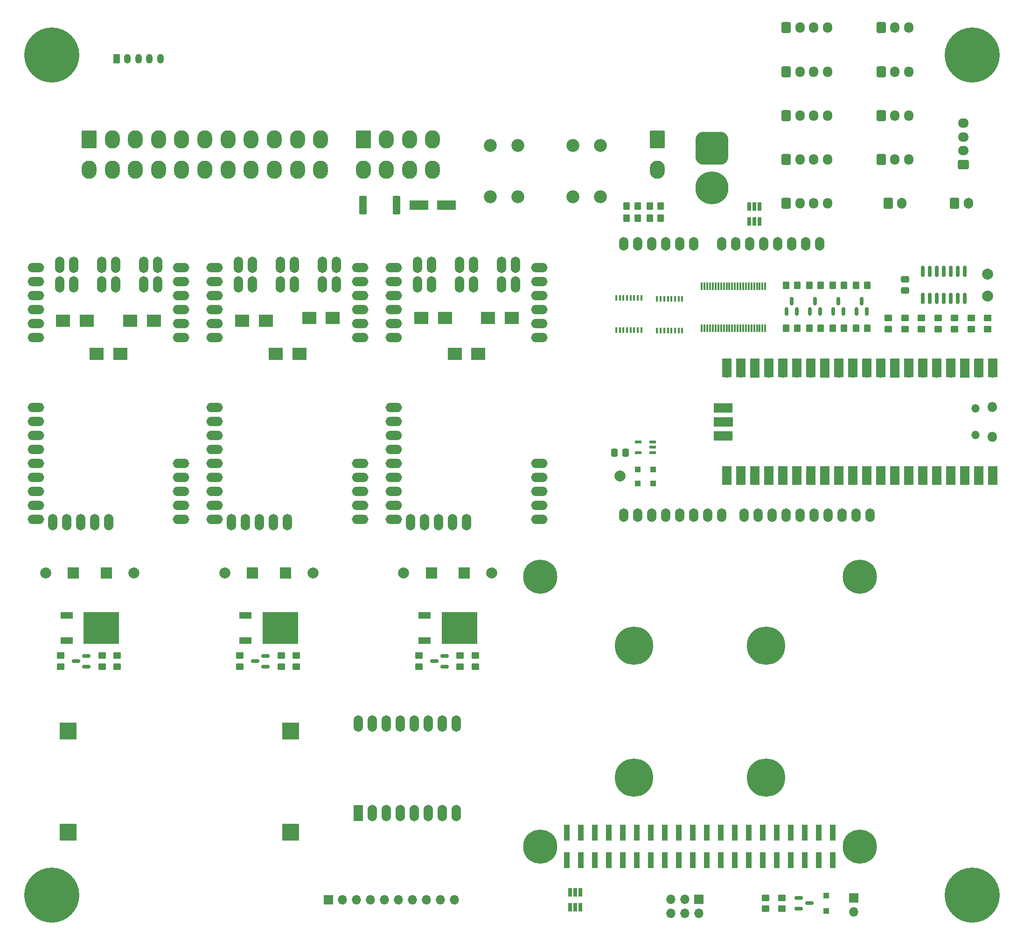
<source format=gbr>
%TF.GenerationSoftware,KiCad,Pcbnew,(6.0.1)*%
%TF.CreationDate,2022-01-31T22:39:25+01:00*%
%TF.ProjectId,OpenMowerMainboard,4f70656e-4d6f-4776-9572-4d61696e626f,rev?*%
%TF.SameCoordinates,Original*%
%TF.FileFunction,Soldermask,Top*%
%TF.FilePolarity,Negative*%
%FSLAX46Y46*%
G04 Gerber Fmt 4.6, Leading zero omitted, Abs format (unit mm)*
G04 Created by KiCad (PCBNEW (6.0.1)) date 2022-01-31 22:39:25*
%MOMM*%
%LPD*%
G01*
G04 APERTURE LIST*
G04 Aperture macros list*
%AMRoundRect*
0 Rectangle with rounded corners*
0 $1 Rounding radius*
0 $2 $3 $4 $5 $6 $7 $8 $9 X,Y pos of 4 corners*
0 Add a 4 corners polygon primitive as box body*
4,1,4,$2,$3,$4,$5,$6,$7,$8,$9,$2,$3,0*
0 Add four circle primitives for the rounded corners*
1,1,$1+$1,$2,$3*
1,1,$1+$1,$4,$5*
1,1,$1+$1,$6,$7*
1,1,$1+$1,$8,$9*
0 Add four rect primitives between the rounded corners*
20,1,$1+$1,$2,$3,$4,$5,0*
20,1,$1+$1,$4,$5,$6,$7,0*
20,1,$1+$1,$6,$7,$8,$9,0*
20,1,$1+$1,$8,$9,$2,$3,0*%
G04 Aperture macros list end*
%ADD10RoundRect,0.250001X-1.099999X-1.399999X1.099999X-1.399999X1.099999X1.399999X-1.099999X1.399999X0*%
%ADD11O,2.700000X3.300000*%
%ADD12R,3.048000X3.048000*%
%ADD13O,1.676400X2.500000*%
%ADD14RoundRect,0.250000X-0.600000X-0.725000X0.600000X-0.725000X0.600000X0.725000X-0.600000X0.725000X0*%
%ADD15O,1.700000X1.950000*%
%ADD16RoundRect,0.249999X-0.350001X-0.625001X0.350001X-0.625001X0.350001X0.625001X-0.350001X0.625001X0*%
%ADD17O,1.200000X1.750000*%
%ADD18C,10.000000*%
%ADD19R,1.700000X3.000000*%
%ADD20O,1.700000X3.000000*%
%ADD21RoundRect,0.250000X-0.450000X0.350000X-0.450000X-0.350000X0.450000X-0.350000X0.450000X0.350000X0*%
%ADD22O,3.000000X1.700000*%
%ADD23R,0.400000X1.000000*%
%ADD24RoundRect,0.150000X-0.587500X-0.150000X0.587500X-0.150000X0.587500X0.150000X-0.587500X0.150000X0*%
%ADD25RoundRect,0.250000X0.350000X0.450000X-0.350000X0.450000X-0.350000X-0.450000X0.350000X-0.450000X0*%
%ADD26R,2.000000X2.000000*%
%ADD27C,2.000000*%
%ADD28R,1.700000X1.700000*%
%ADD29O,1.700000X1.700000*%
%ADD30C,6.950000*%
%ADD31RoundRect,1.500000X-1.500000X1.500000X-1.500000X-1.500000X1.500000X-1.500000X1.500000X1.500000X0*%
%ADD32C,6.000000*%
%ADD33C,2.350000*%
%ADD34RoundRect,0.250000X0.450000X-0.350000X0.450000X0.350000X-0.450000X0.350000X-0.450000X-0.350000X0*%
%ADD35R,1.100000X1.100000*%
%ADD36RoundRect,0.250000X-0.350000X-0.450000X0.350000X-0.450000X0.350000X0.450000X-0.350000X0.450000X0*%
%ADD37R,2.500000X2.300000*%
%ADD38R,0.650000X1.560000*%
%ADD39RoundRect,0.250000X-0.475000X0.337500X-0.475000X-0.337500X0.475000X-0.337500X0.475000X0.337500X0*%
%ADD40RoundRect,0.150000X0.150000X-0.587500X0.150000X0.587500X-0.150000X0.587500X-0.150000X-0.587500X0*%
%ADD41RoundRect,0.150000X0.587500X0.150000X-0.587500X0.150000X-0.587500X-0.150000X0.587500X-0.150000X0*%
%ADD42C,6.200000*%
%ADD43R,1.000000X3.000000*%
%ADD44RoundRect,0.250000X-0.600000X-0.750000X0.600000X-0.750000X0.600000X0.750000X-0.600000X0.750000X0*%
%ADD45O,1.700000X2.000000*%
%ADD46R,0.300000X1.425000*%
%ADD47R,2.200000X1.200000*%
%ADD48R,6.400000X5.800000*%
%ADD49R,1.150000X0.600000*%
%ADD50RoundRect,0.250000X0.725000X-0.600000X0.725000X0.600000X-0.725000X0.600000X-0.725000X-0.600000X0*%
%ADD51O,1.950000X1.700000*%
%ADD52O,1.500000X1.500000*%
%ADD53O,1.800000X1.800000*%
%ADD54R,1.700000X3.500000*%
%ADD55R,3.500000X1.700000*%
%ADD56R,3.500000X1.800000*%
%ADD57RoundRect,0.250000X0.337500X0.475000X-0.337500X0.475000X-0.337500X-0.475000X0.337500X-0.475000X0*%
%ADD58RoundRect,0.249999X0.450001X1.425001X-0.450001X1.425001X-0.450001X-1.425001X0.450001X-1.425001X0*%
%ADD59RoundRect,0.150000X0.150000X-0.825000X0.150000X0.825000X-0.150000X0.825000X-0.150000X-0.825000X0*%
G04 APERTURE END LIST*
D10*
X33250000Y-45250000D03*
D11*
X37450000Y-45250000D03*
X41650000Y-45250000D03*
X45850000Y-45250000D03*
X50050000Y-45250000D03*
X54250000Y-45250000D03*
X58450000Y-45250000D03*
X62650000Y-45250000D03*
X66850000Y-45250000D03*
X71050000Y-45250000D03*
X75250000Y-45250000D03*
X33250000Y-50750000D03*
X37450000Y-50750000D03*
X41650000Y-50750000D03*
X45850000Y-50750000D03*
X50050000Y-50750000D03*
X54250000Y-50750000D03*
X58450000Y-50750000D03*
X62650000Y-50750000D03*
X66850000Y-50750000D03*
X71050000Y-50750000D03*
X75250000Y-50750000D03*
D10*
X83000000Y-45250000D03*
D11*
X87200000Y-45250000D03*
X91400000Y-45250000D03*
X95600000Y-45250000D03*
X83000000Y-50750000D03*
X87200000Y-50750000D03*
X91400000Y-50750000D03*
X95600000Y-50750000D03*
D10*
X136400000Y-45250000D03*
D11*
X136400000Y-50750000D03*
D12*
X29400000Y-171100000D03*
X29400000Y-152700000D03*
X69800000Y-152700000D03*
X69800000Y-171100000D03*
D13*
X165860000Y-64240000D03*
X158240000Y-64240000D03*
X155700000Y-64240000D03*
X143000000Y-64240000D03*
X140460000Y-64240000D03*
X137920000Y-64240000D03*
X135380000Y-64240000D03*
X132840000Y-64240000D03*
X130300000Y-64240000D03*
X169924000Y-113500000D03*
X130300000Y-113500000D03*
X132840000Y-113500000D03*
X135380000Y-113500000D03*
X137920000Y-113500000D03*
X140460000Y-113500000D03*
X143000000Y-113500000D03*
X145540000Y-113500000D03*
X148080000Y-113500000D03*
X152144000Y-113500000D03*
X154684000Y-113500000D03*
X157224000Y-113500000D03*
X159764000Y-113500000D03*
X162304000Y-113500000D03*
X164844000Y-113500000D03*
X167384000Y-113500000D03*
X153160000Y-64240000D03*
X150620000Y-64240000D03*
X163320000Y-64240000D03*
X160780000Y-64240000D03*
X175004000Y-113500000D03*
X172464000Y-113500000D03*
X148080000Y-64240000D03*
D14*
X177000000Y-40935000D03*
D15*
X179500000Y-40935000D03*
X182000000Y-40935000D03*
D14*
X177000000Y-48902500D03*
D15*
X179500000Y-48902500D03*
X182000000Y-48902500D03*
D14*
X159750000Y-25000000D03*
D15*
X162250000Y-25000000D03*
X164750000Y-25000000D03*
X167250000Y-25000000D03*
D14*
X159750000Y-32967500D03*
D15*
X162250000Y-32967500D03*
X164750000Y-32967500D03*
X167250000Y-32967500D03*
D14*
X159750000Y-40935000D03*
D15*
X162250000Y-40935000D03*
X164750000Y-40935000D03*
X167250000Y-40935000D03*
D14*
X159750000Y-48902500D03*
D15*
X162250000Y-48902500D03*
X164750000Y-48902500D03*
X167250000Y-48902500D03*
D14*
X159750000Y-56870000D03*
D15*
X162250000Y-56870000D03*
X164750000Y-56870000D03*
X167250000Y-56870000D03*
D14*
X177000000Y-32967500D03*
D15*
X179500000Y-32967500D03*
X182000000Y-32967500D03*
D16*
X38200000Y-30600000D03*
D17*
X40200000Y-30600000D03*
X42200000Y-30600000D03*
X44200000Y-30600000D03*
X46200000Y-30600000D03*
D14*
X177000000Y-25000000D03*
D15*
X179500000Y-25000000D03*
X182000000Y-25000000D03*
D18*
X26500000Y-30000000D03*
X26500000Y-182500000D03*
X193500000Y-30000000D03*
X193500000Y-182500000D03*
D19*
X82070000Y-167615000D03*
D20*
X82070000Y-151375000D03*
X84610000Y-167615000D03*
X84610000Y-151375000D03*
X87150000Y-167615000D03*
X87150000Y-151375000D03*
X89690000Y-167615000D03*
X89690000Y-151375000D03*
X92230000Y-167615000D03*
X92230000Y-151375000D03*
X94770000Y-167615000D03*
X94770000Y-151375000D03*
X97310000Y-167615000D03*
X97310000Y-151375000D03*
X99850000Y-167615000D03*
X99850000Y-151375000D03*
D21*
X103342323Y-139050000D03*
X103342323Y-141050000D03*
D22*
X56060000Y-111775000D03*
X56060000Y-109235000D03*
X56060000Y-104155000D03*
X56060000Y-101615000D03*
X56060000Y-99075000D03*
X56060000Y-76215000D03*
X82460000Y-73675000D03*
X82460000Y-76215000D03*
X56060000Y-106695000D03*
X56060000Y-73675000D03*
X56060000Y-96535000D03*
D20*
X59100000Y-114815000D03*
X61640000Y-114815000D03*
X66720000Y-114815000D03*
X69260000Y-114815000D03*
D22*
X82460000Y-114315000D03*
X82460000Y-111775000D03*
X82460000Y-109235000D03*
X82460000Y-106695000D03*
X82460000Y-68595000D03*
D20*
X64180000Y-114815000D03*
D22*
X82460000Y-71135000D03*
X56060000Y-93995000D03*
X56060000Y-114315000D03*
X82460000Y-104155000D03*
X56060000Y-68595000D03*
X56060000Y-71135000D03*
D20*
X75610000Y-71635000D03*
X78150000Y-71635000D03*
X78150000Y-68095000D03*
X75610000Y-68095000D03*
X70530000Y-68095000D03*
X67990000Y-71635000D03*
X70530000Y-71635000D03*
X67990000Y-68095000D03*
D22*
X56060000Y-78755000D03*
X56060000Y-81295000D03*
X82460000Y-81295000D03*
X82460000Y-78755000D03*
D20*
X60370000Y-68095000D03*
X62910000Y-71635000D03*
X62910000Y-68095000D03*
X60370000Y-71635000D03*
D21*
X100592323Y-139050000D03*
X100592323Y-141050000D03*
D23*
X128925000Y-79900000D03*
X129575000Y-79900000D03*
X130225000Y-79900000D03*
X130875000Y-79900000D03*
X131525000Y-79900000D03*
X132175000Y-79900000D03*
X132825000Y-79900000D03*
X133475000Y-79900000D03*
X133475000Y-74100000D03*
X132825000Y-74100000D03*
X132175000Y-74100000D03*
X131525000Y-74100000D03*
X130875000Y-74100000D03*
X130225000Y-74100000D03*
X129575000Y-74100000D03*
X128925000Y-74100000D03*
D21*
X159000000Y-183000000D03*
X159000000Y-185000000D03*
D24*
X162062500Y-183050000D03*
X162062500Y-184950000D03*
X163937500Y-184000000D03*
D25*
X137000000Y-57400000D03*
X135000000Y-57400000D03*
D26*
X62849646Y-124000000D03*
D27*
X57849646Y-124000000D03*
D28*
X143900000Y-183300000D03*
D29*
X143900000Y-185840000D03*
X141360000Y-183300000D03*
X141360000Y-185840000D03*
X138820000Y-183300000D03*
X138820000Y-185840000D03*
D21*
X38342323Y-139050000D03*
X38342323Y-141050000D03*
D30*
X132100000Y-161200000D03*
D31*
X146300000Y-46900000D03*
D32*
X146300000Y-54100000D03*
D33*
X111075000Y-55700000D03*
X106075000Y-55700000D03*
X126075000Y-55700000D03*
X121075000Y-55700000D03*
D25*
X132800000Y-57400000D03*
X130800000Y-57400000D03*
D34*
X196320000Y-79720000D03*
X196320000Y-77720000D03*
D21*
X35592323Y-139050000D03*
X35592323Y-141050000D03*
D25*
X137000000Y-59600000D03*
X135000000Y-59600000D03*
D35*
X132800000Y-107800000D03*
X135600000Y-107800000D03*
D26*
X36349646Y-124000000D03*
D27*
X41349646Y-124000000D03*
D22*
X23560000Y-111775000D03*
X23560000Y-109235000D03*
X23560000Y-104155000D03*
X23560000Y-101615000D03*
X23560000Y-99075000D03*
X23560000Y-76215000D03*
X49960000Y-73675000D03*
X23560000Y-106695000D03*
X23560000Y-73675000D03*
X49960000Y-76215000D03*
X23560000Y-96535000D03*
D20*
X26600000Y-114815000D03*
X29140000Y-114815000D03*
X34220000Y-114815000D03*
X36760000Y-114815000D03*
D22*
X49960000Y-114315000D03*
X49960000Y-111775000D03*
X49960000Y-109235000D03*
X49960000Y-106695000D03*
D20*
X31680000Y-114815000D03*
D22*
X23560000Y-71135000D03*
X23560000Y-114315000D03*
X49960000Y-71135000D03*
X49960000Y-68595000D03*
X23560000Y-93995000D03*
X49960000Y-104155000D03*
X23560000Y-68595000D03*
D20*
X45650000Y-68095000D03*
X43110000Y-71635000D03*
X45650000Y-71635000D03*
X43110000Y-68095000D03*
X38030000Y-71635000D03*
X35490000Y-71635000D03*
X35490000Y-68095000D03*
X38030000Y-68095000D03*
D22*
X23560000Y-81295000D03*
X23560000Y-78755000D03*
X49960000Y-81295000D03*
X49960000Y-78755000D03*
D20*
X30410000Y-71635000D03*
X27870000Y-71635000D03*
X30410000Y-68095000D03*
X27870000Y-68095000D03*
D28*
X76650000Y-183350000D03*
D29*
X79190000Y-183350000D03*
X81730000Y-183350000D03*
X84270000Y-183350000D03*
X86810000Y-183350000D03*
X89350000Y-183350000D03*
X91890000Y-183350000D03*
X94430000Y-183350000D03*
X96970000Y-183350000D03*
X99510000Y-183350000D03*
D36*
X168216666Y-79600000D03*
X170216666Y-79600000D03*
D30*
X132100000Y-137200000D03*
D26*
X101349646Y-124000000D03*
D27*
X106349646Y-124000000D03*
D21*
X28092323Y-139050000D03*
X28092323Y-141050000D03*
X193320000Y-77720000D03*
X193320000Y-79720000D03*
D37*
X73175000Y-77750000D03*
X77475000Y-77750000D03*
X28545000Y-78250000D03*
X32845000Y-78250000D03*
D22*
X88560000Y-111775000D03*
X88560000Y-109235000D03*
X88560000Y-104155000D03*
X88560000Y-101615000D03*
X88560000Y-99075000D03*
X114960000Y-76215000D03*
X114960000Y-73675000D03*
X88560000Y-73675000D03*
X88560000Y-76215000D03*
X88560000Y-106695000D03*
X88560000Y-96535000D03*
D20*
X91600000Y-114815000D03*
X94140000Y-114815000D03*
X99220000Y-114815000D03*
X101760000Y-114815000D03*
D22*
X114960000Y-114315000D03*
X114960000Y-111775000D03*
X114960000Y-109235000D03*
X114960000Y-106695000D03*
X114960000Y-104155000D03*
X88560000Y-93995000D03*
X114960000Y-68595000D03*
D20*
X96680000Y-114815000D03*
D22*
X88560000Y-114315000D03*
X88560000Y-68595000D03*
X88560000Y-71135000D03*
X114960000Y-71135000D03*
D20*
X110650000Y-71635000D03*
X108110000Y-71635000D03*
X110650000Y-68095000D03*
X108110000Y-68095000D03*
X100490000Y-68095000D03*
X100490000Y-71635000D03*
X103030000Y-68095000D03*
X103030000Y-71635000D03*
D22*
X88560000Y-81295000D03*
X114960000Y-78755000D03*
X114960000Y-81295000D03*
X88560000Y-78755000D03*
D20*
X95410000Y-68095000D03*
X92870000Y-68095000D03*
X95410000Y-71635000D03*
X92870000Y-71635000D03*
D37*
X67100000Y-84250000D03*
X71400000Y-84250000D03*
D30*
X156100000Y-161200000D03*
D35*
X135600000Y-105200000D03*
X132800000Y-105200000D03*
D34*
X187320000Y-79720000D03*
X187320000Y-77720000D03*
D33*
X106075000Y-46350000D03*
X111075000Y-46350000D03*
X121075000Y-46350000D03*
X126075000Y-46350000D03*
D26*
X95349646Y-124000000D03*
D27*
X90349646Y-124000000D03*
D26*
X30349646Y-124000000D03*
D27*
X25349646Y-124000000D03*
D21*
X60592323Y-139050000D03*
X60592323Y-141050000D03*
D23*
X136325000Y-80000000D03*
X136975000Y-80000000D03*
X137625000Y-80000000D03*
X138275000Y-80000000D03*
X138925000Y-80000000D03*
X139575000Y-80000000D03*
X140225000Y-80000000D03*
X140875000Y-80000000D03*
X140875000Y-74200000D03*
X140225000Y-74200000D03*
X139575000Y-74200000D03*
X138925000Y-74200000D03*
X138275000Y-74200000D03*
X137625000Y-74200000D03*
X136975000Y-74200000D03*
X136325000Y-74200000D03*
D38*
X153010000Y-60200000D03*
X153960000Y-60200000D03*
X154910000Y-60200000D03*
X154910000Y-57500000D03*
X153960000Y-57500000D03*
X153010000Y-57500000D03*
D39*
X181320000Y-70682500D03*
X181320000Y-72757500D03*
D40*
X172499999Y-76537500D03*
X174399999Y-76537500D03*
X173449999Y-74662500D03*
D41*
X65279823Y-141000000D03*
X65279823Y-139100000D03*
X63404823Y-140050000D03*
D42*
X115100000Y-124700000D03*
D43*
X119970000Y-171180000D03*
X119970000Y-176220000D03*
X122510000Y-171180000D03*
X122510000Y-176220000D03*
X125050000Y-171180000D03*
X125050000Y-176220000D03*
X127590000Y-171180000D03*
X127590000Y-176220000D03*
X130130000Y-171180000D03*
X130130000Y-176220000D03*
X132670000Y-171180000D03*
X132670000Y-176220000D03*
X135210000Y-171180000D03*
X135210000Y-176220000D03*
X137750000Y-171180000D03*
X137750000Y-176220000D03*
X140290000Y-171180000D03*
X140290000Y-176220000D03*
X142830000Y-171180000D03*
X142830000Y-176220000D03*
X145370000Y-171180000D03*
X145370000Y-176220000D03*
X147910000Y-171180000D03*
X147910000Y-176220000D03*
X150450000Y-171180000D03*
X150450000Y-176220000D03*
X152990000Y-171180000D03*
X152990000Y-176220000D03*
X155530000Y-171180000D03*
X155530000Y-176220000D03*
X158070000Y-171180000D03*
X158070000Y-176220000D03*
X160610000Y-171180000D03*
X160610000Y-176220000D03*
X163150000Y-171180000D03*
X163150000Y-176220000D03*
X165690000Y-171180000D03*
X165690000Y-176220000D03*
X168230000Y-171180000D03*
X168230000Y-176220000D03*
D21*
X181320000Y-77720000D03*
X181320000Y-79720000D03*
D36*
X163983333Y-79600000D03*
X165983333Y-79600000D03*
X163983333Y-71800000D03*
X165983333Y-71800000D03*
D26*
X68849646Y-124000000D03*
D27*
X73849646Y-124000000D03*
D36*
X172449999Y-79600000D03*
X174449999Y-79600000D03*
D37*
X105675000Y-77750000D03*
X109975000Y-77750000D03*
D21*
X68092323Y-139050000D03*
X68092323Y-141050000D03*
D38*
X122430000Y-182060000D03*
X121480000Y-182060000D03*
X120530000Y-182060000D03*
X120530000Y-184760000D03*
X121480000Y-184760000D03*
X122430000Y-184760000D03*
D25*
X132800000Y-59600000D03*
X130800000Y-59600000D03*
D21*
X190320000Y-77720000D03*
X190320000Y-79720000D03*
D36*
X168216666Y-71800000D03*
X170216666Y-71800000D03*
D44*
X190320000Y-56870000D03*
D45*
X192820000Y-56870000D03*
D42*
X173100000Y-124700000D03*
D34*
X156000000Y-185000000D03*
X156000000Y-183000000D03*
D46*
X155950000Y-71988000D03*
X155450000Y-71988000D03*
X154950000Y-71988000D03*
X154450000Y-71988000D03*
X153950000Y-71988000D03*
X153450000Y-71988000D03*
X152950000Y-71988000D03*
X152450000Y-71988000D03*
X151950000Y-71988000D03*
X151450000Y-71988000D03*
X150950000Y-71988000D03*
X150450000Y-71988000D03*
X149950000Y-71988000D03*
X149450000Y-71988000D03*
X148950000Y-71988000D03*
X148450000Y-71988000D03*
X147950000Y-71988000D03*
X147450000Y-71988000D03*
X146950000Y-71988000D03*
X146450000Y-71988000D03*
X145950000Y-71988000D03*
X145450000Y-71988000D03*
X144950000Y-71988000D03*
X144450000Y-71988000D03*
X144450000Y-79612000D03*
X144950000Y-79612000D03*
X145450000Y-79612000D03*
X145950000Y-79612000D03*
X146450000Y-79612000D03*
X146950000Y-79612000D03*
X147450000Y-79612000D03*
X147950000Y-79612000D03*
X148450000Y-79612000D03*
X148950000Y-79612000D03*
X149450000Y-79612000D03*
X149950000Y-79612000D03*
X150450000Y-79612000D03*
X150950000Y-79612000D03*
X151450000Y-79612000D03*
X151950000Y-79612000D03*
X152450000Y-79612000D03*
X152950000Y-79612000D03*
X153450000Y-79612000D03*
X153950000Y-79612000D03*
X154450000Y-79612000D03*
X154950000Y-79612000D03*
X155450000Y-79612000D03*
X155950000Y-79612000D03*
D47*
X29142323Y-131770000D03*
D48*
X35442323Y-134050000D03*
D47*
X29142323Y-136330000D03*
D49*
X135500000Y-102150000D03*
X135500000Y-101200000D03*
X135500000Y-100250000D03*
X132900000Y-100250000D03*
X132900000Y-102150000D03*
D44*
X178250000Y-56870000D03*
D45*
X180750000Y-56870000D03*
D40*
X159800000Y-76537500D03*
X161700000Y-76537500D03*
X160750000Y-74662500D03*
D37*
X93545000Y-77750000D03*
X97845000Y-77750000D03*
D36*
X172449999Y-71800000D03*
X174449999Y-71800000D03*
D50*
X191870000Y-49852500D03*
D51*
X191870000Y-47352500D03*
X191870000Y-44852500D03*
X191870000Y-42352500D03*
D37*
X40675000Y-78250000D03*
X44975000Y-78250000D03*
D40*
X168266666Y-76537500D03*
X170166666Y-76537500D03*
X169216666Y-74662500D03*
D47*
X94142323Y-131770000D03*
D48*
X100442323Y-134050000D03*
D47*
X94142323Y-136330000D03*
D37*
X99600000Y-84250000D03*
X103900000Y-84250000D03*
D21*
X93092323Y-139050000D03*
X93092323Y-141050000D03*
D41*
X32779823Y-141000000D03*
X32779823Y-139100000D03*
X30904823Y-140050000D03*
D42*
X115100000Y-173700000D03*
D37*
X34600000Y-84250000D03*
X38900000Y-84250000D03*
D30*
X156100000Y-137200000D03*
D27*
X129600000Y-106400000D03*
D52*
X194115000Y-94140000D03*
D53*
X197145000Y-99290000D03*
D52*
X194115000Y-98990000D03*
D53*
X197145000Y-93840000D03*
D29*
X197275000Y-87675000D03*
D54*
X197275000Y-86775000D03*
X194735000Y-86775000D03*
D29*
X194735000Y-87675000D03*
D28*
X192195000Y-87675000D03*
D54*
X192195000Y-86775000D03*
X189655000Y-86775000D03*
D29*
X189655000Y-87675000D03*
D54*
X187115000Y-86775000D03*
D29*
X187115000Y-87675000D03*
D54*
X184575000Y-86775000D03*
D29*
X184575000Y-87675000D03*
X182035000Y-87675000D03*
D54*
X182035000Y-86775000D03*
D28*
X179495000Y-87675000D03*
D54*
X179495000Y-86775000D03*
X176955000Y-86775000D03*
D29*
X176955000Y-87675000D03*
X174415000Y-87675000D03*
D54*
X174415000Y-86775000D03*
D29*
X171875000Y-87675000D03*
D54*
X171875000Y-86775000D03*
X169335000Y-86775000D03*
D29*
X169335000Y-87675000D03*
D28*
X166795000Y-87675000D03*
D54*
X166795000Y-86775000D03*
X164255000Y-86775000D03*
D29*
X164255000Y-87675000D03*
X161715000Y-87675000D03*
D54*
X161715000Y-86775000D03*
X159175000Y-86775000D03*
D29*
X159175000Y-87675000D03*
D54*
X156635000Y-86775000D03*
D29*
X156635000Y-87675000D03*
D28*
X154095000Y-87675000D03*
D54*
X154095000Y-86775000D03*
D29*
X151555000Y-87675000D03*
D54*
X151555000Y-86775000D03*
D29*
X149015000Y-87675000D03*
D54*
X149015000Y-86775000D03*
D29*
X149015000Y-105455000D03*
D54*
X149015000Y-106355000D03*
D29*
X151555000Y-105455000D03*
D54*
X151555000Y-106355000D03*
X154095000Y-106355000D03*
D28*
X154095000Y-105455000D03*
D29*
X156635000Y-105455000D03*
D54*
X156635000Y-106355000D03*
X159175000Y-106355000D03*
D29*
X159175000Y-105455000D03*
D54*
X161715000Y-106355000D03*
D29*
X161715000Y-105455000D03*
D54*
X164255000Y-106355000D03*
D29*
X164255000Y-105455000D03*
D54*
X166795000Y-106355000D03*
D28*
X166795000Y-105455000D03*
D29*
X169335000Y-105455000D03*
D54*
X169335000Y-106355000D03*
X171875000Y-106355000D03*
D29*
X171875000Y-105455000D03*
D54*
X174415000Y-106355000D03*
D29*
X174415000Y-105455000D03*
D54*
X176955000Y-106355000D03*
D29*
X176955000Y-105455000D03*
D54*
X179495000Y-106355000D03*
D28*
X179495000Y-105455000D03*
D29*
X182035000Y-105455000D03*
D54*
X182035000Y-106355000D03*
X184575000Y-106355000D03*
D29*
X184575000Y-105455000D03*
X187115000Y-105455000D03*
D54*
X187115000Y-106355000D03*
D29*
X189655000Y-105455000D03*
D54*
X189655000Y-106355000D03*
D28*
X192195000Y-105455000D03*
D54*
X192195000Y-106355000D03*
X194735000Y-106355000D03*
D29*
X194735000Y-105455000D03*
X197275000Y-105455000D03*
D54*
X197275000Y-106355000D03*
D55*
X148345000Y-94025000D03*
D29*
X149245000Y-94025000D03*
D55*
X148345000Y-96565000D03*
D28*
X149245000Y-96565000D03*
D29*
X149245000Y-99105000D03*
D55*
X148345000Y-99105000D03*
D36*
X159750000Y-79600000D03*
X161750000Y-79600000D03*
D47*
X61642323Y-131770000D03*
D48*
X67942323Y-134050000D03*
D47*
X61642323Y-136330000D03*
D56*
X93100000Y-57200000D03*
X98100000Y-57200000D03*
D57*
X130637500Y-102200000D03*
X128562500Y-102200000D03*
D37*
X61045000Y-78250000D03*
X65345000Y-78250000D03*
D27*
X196320000Y-69720000D03*
D58*
X89050000Y-57200000D03*
X82950000Y-57200000D03*
D42*
X173100000Y-173700000D03*
D59*
X184510000Y-74195000D03*
X185780000Y-74195000D03*
X187050000Y-74195000D03*
X188320000Y-74195000D03*
X189590000Y-74195000D03*
X190860000Y-74195000D03*
X192130000Y-74195000D03*
X192130000Y-69245000D03*
X190860000Y-69245000D03*
X189590000Y-69245000D03*
X188320000Y-69245000D03*
X187050000Y-69245000D03*
X185780000Y-69245000D03*
X184510000Y-69245000D03*
D41*
X97779823Y-141000000D03*
X97779823Y-139100000D03*
X95904823Y-140050000D03*
D21*
X184320000Y-77720000D03*
X184320000Y-79720000D03*
D40*
X164033333Y-76537500D03*
X165933333Y-76537500D03*
X164983333Y-74662500D03*
D36*
X159750000Y-71800000D03*
X161750000Y-71800000D03*
D27*
X196320000Y-73720000D03*
D35*
X167000000Y-182600000D03*
X167000000Y-185400000D03*
D21*
X70842323Y-139050000D03*
X70842323Y-141050000D03*
X178320000Y-77720000D03*
X178320000Y-79720000D03*
D28*
X172000000Y-183000000D03*
D29*
X172000000Y-185540000D03*
M02*

</source>
